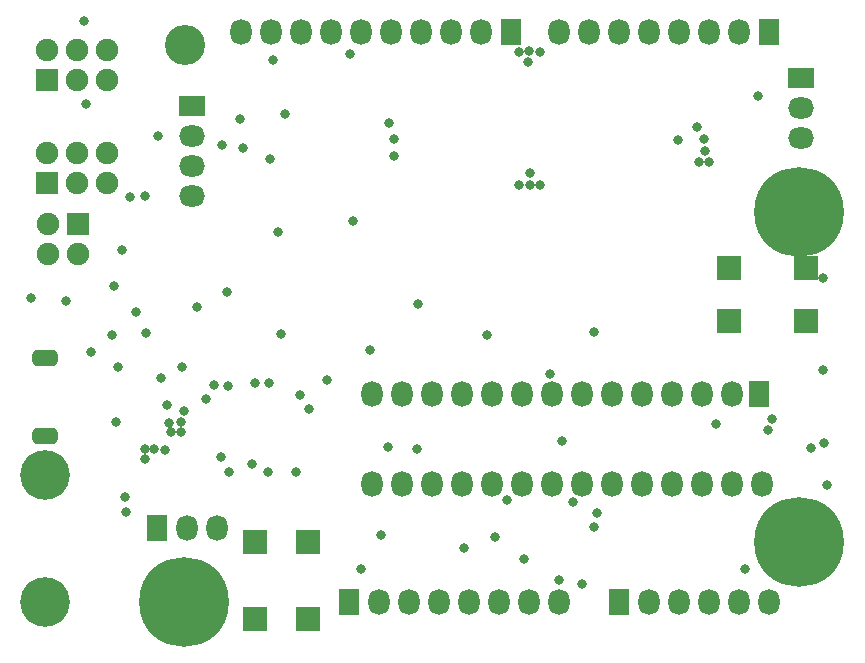
<source format=gbs>
G04*
G04 #@! TF.GenerationSoftware,Altium Limited,Altium Designer,20.0.10 (225)*
G04*
G04 Layer_Color=16711935*
%FSLAX44Y44*%
%MOMM*%
G71*
G01*
G75*
%ADD24R,1.9000X1.9000*%
%ADD46R,2.1000X2.1000*%
%ADD47R,2.1000X2.1000*%
%ADD64R,1.8000X2.2000*%
%ADD65O,1.8000X2.2000*%
%ADD66R,2.2000X1.8000*%
%ADD67O,2.2000X1.8000*%
%ADD68C,1.9000*%
%ADD69C,4.2000*%
G04:AMPARAMS|DCode=70|XSize=2.2mm|YSize=1.4mm|CornerRadius=0.46mm|HoleSize=0mm|Usage=FLASHONLY|Rotation=0.000|XOffset=0mm|YOffset=0mm|HoleType=Round|Shape=RoundedRectangle|*
%AMROUNDEDRECTD70*
21,1,2.2000,0.4800,0,0,0.0*
21,1,1.2800,1.4000,0,0,0.0*
1,1,0.9200,0.6400,-0.2400*
1,1,0.9200,-0.6400,-0.2400*
1,1,0.9200,-0.6400,0.2400*
1,1,0.9200,0.6400,0.2400*
%
%ADD70ROUNDEDRECTD70*%
%ADD71C,3.4000*%
%ADD72C,7.6000*%
%ADD73C,0.8000*%
D24*
X49700Y345700D02*
D03*
X23600Y380600D02*
D03*
Y467600D02*
D03*
D46*
X601000Y263500D02*
D03*
Y308500D02*
D03*
X666000D02*
D03*
Y263500D02*
D03*
D47*
X244500Y76500D02*
D03*
X199500D02*
D03*
Y11500D02*
D03*
X244500D02*
D03*
D64*
X416560Y508000D02*
D03*
X116200Y88000D02*
D03*
X508000Y25400D02*
D03*
X279400D02*
D03*
X635000Y508000D02*
D03*
X626500Y201930D02*
D03*
D65*
X391160Y508000D02*
D03*
X365760D02*
D03*
X340360D02*
D03*
X314960D02*
D03*
X289560D02*
D03*
X264160D02*
D03*
X238760D02*
D03*
X213360D02*
D03*
X187960D02*
D03*
X167000Y88000D02*
D03*
X141600D02*
D03*
X533400Y25400D02*
D03*
X558800D02*
D03*
X584200D02*
D03*
X609600D02*
D03*
X635000D02*
D03*
X457200D02*
D03*
X431800D02*
D03*
X406400D02*
D03*
X381000D02*
D03*
X355600D02*
D03*
X330200D02*
D03*
X304800D02*
D03*
X609600Y508000D02*
D03*
X584200D02*
D03*
X558800D02*
D03*
X533400D02*
D03*
X508000D02*
D03*
X482600D02*
D03*
X457200D02*
D03*
X603000Y201830D02*
D03*
X577600D02*
D03*
X552200D02*
D03*
X526800D02*
D03*
X501400D02*
D03*
X476000D02*
D03*
X450600D02*
D03*
X425200D02*
D03*
X399800D02*
D03*
X374400D02*
D03*
X349000D02*
D03*
X323600D02*
D03*
X298200D02*
D03*
X628400Y125630D02*
D03*
X603000D02*
D03*
X577600D02*
D03*
X552200D02*
D03*
X526800D02*
D03*
X501400D02*
D03*
X476000D02*
D03*
X450600D02*
D03*
X425200D02*
D03*
X399800D02*
D03*
X374400D02*
D03*
X349000D02*
D03*
X323600D02*
D03*
X298200D02*
D03*
D66*
X662000Y469000D02*
D03*
X146000Y446000D02*
D03*
D67*
X662000Y443600D02*
D03*
Y418200D02*
D03*
X146000Y369800D02*
D03*
Y395200D02*
D03*
Y420600D02*
D03*
D68*
X24300Y345700D02*
D03*
X49700Y320300D02*
D03*
X24300D02*
D03*
X49000Y380600D02*
D03*
X74400D02*
D03*
X23600Y406000D02*
D03*
X49000D02*
D03*
X74400D02*
D03*
X49000Y467600D02*
D03*
X74400D02*
D03*
X23600Y493000D02*
D03*
X49000D02*
D03*
X74400D02*
D03*
D69*
X22000Y26000D02*
D03*
Y133000D02*
D03*
D70*
Y232000D02*
D03*
Y166000D02*
D03*
D71*
X140500Y496900D02*
D03*
D72*
X139700Y25400D02*
D03*
X660400Y76200D02*
D03*
Y355600D02*
D03*
D73*
X337375Y277625D02*
D03*
X60817Y237149D02*
D03*
X186981Y434524D02*
D03*
X123446Y154730D02*
D03*
X106000Y147000D02*
D03*
X114000Y155000D02*
D03*
X106000D02*
D03*
X128000Y170000D02*
D03*
X137000D02*
D03*
X127000Y177000D02*
D03*
X584000Y398000D02*
D03*
X431795Y492398D02*
D03*
X441000Y491000D02*
D03*
X422616Y491412D02*
D03*
X423000Y379000D02*
D03*
X432000Y389000D02*
D03*
Y379000D02*
D03*
X557200Y416750D02*
D03*
X297000Y239000D02*
D03*
X245000Y189000D02*
D03*
X614000Y54000D02*
D03*
X87000Y323825D02*
D03*
X212000Y401000D02*
D03*
X280000Y489275D02*
D03*
X196600Y142800D02*
D03*
X171000Y148173D02*
D03*
X580056Y407699D02*
D03*
X573742Y427501D02*
D03*
X579750Y417750D02*
D03*
X89800Y114300D02*
D03*
X56000Y447401D02*
D03*
X90200Y101600D02*
D03*
X83213Y224732D02*
D03*
X158200Y197200D02*
D03*
X119875Y215675D02*
D03*
X680300Y300300D02*
D03*
X137000Y178000D02*
D03*
X81594Y178437D02*
D03*
X233750Y135450D02*
D03*
X199700Y211500D02*
D03*
X39304Y280518D02*
D03*
X224655Y439000D02*
D03*
X80000Y293600D02*
D03*
X441000Y379000D02*
D03*
X430991Y482971D02*
D03*
X289043Y53400D02*
D03*
X54808Y517858D02*
D03*
X448921Y218580D02*
D03*
X486387Y254200D02*
D03*
X395500Y252000D02*
D03*
X107425Y253275D02*
D03*
X137900Y225060D02*
D03*
X150000Y275200D02*
D03*
X176300Y208900D02*
D03*
X237812Y200588D02*
D03*
X260600Y214000D02*
D03*
X221400Y252300D02*
D03*
X175700Y287800D02*
D03*
X219100Y338900D02*
D03*
X282600Y348600D02*
D03*
X189200Y410000D02*
D03*
X575000Y398000D02*
D03*
X637206Y180494D02*
D03*
X634200Y171400D02*
D03*
X683366Y124571D02*
D03*
X486300Y89300D02*
D03*
X489000Y101000D02*
D03*
X468908Y110030D02*
D03*
X427100Y62500D02*
D03*
X402700Y80300D02*
D03*
X413183Y111730D02*
D03*
X376800Y71800D02*
D03*
X305800Y82000D02*
D03*
X210100Y135700D02*
D03*
X78100Y251500D02*
D03*
X313100Y431100D02*
D03*
X171900Y412400D02*
D03*
X117600Y420200D02*
D03*
X10200Y282800D02*
D03*
X177600Y135800D02*
D03*
X456581Y44581D02*
D03*
X476500Y40500D02*
D03*
X681200Y160600D02*
D03*
X680100Y221700D02*
D03*
X93800Y368900D02*
D03*
X105905Y369200D02*
D03*
X98500Y271200D02*
D03*
X459300Y162300D02*
D03*
X211100Y211300D02*
D03*
X139400Y187100D02*
D03*
X164900Y209000D02*
D03*
X125162Y192200D02*
D03*
X214500Y484250D02*
D03*
X590000Y176500D02*
D03*
X317000Y403000D02*
D03*
X316750Y418000D02*
D03*
X670300Y155800D02*
D03*
X625250Y454500D02*
D03*
X337000Y155500D02*
D03*
X311750Y156500D02*
D03*
M02*

</source>
